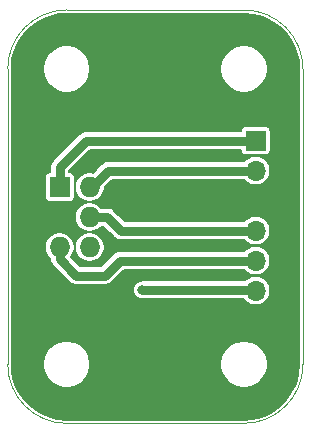
<source format=gbr>
G04 #@! TF.GenerationSoftware,KiCad,Pcbnew,5.1.5-52549c5~84~ubuntu19.10.1*
G04 #@! TF.CreationDate,2020-03-01T16:10:10+02:00*
G04 #@! TF.ProjectId,PIC-ICSP-TC2030,5049432d-4943-4535-902d-544332303330,v1.0*
G04 #@! TF.SameCoordinates,Original*
G04 #@! TF.FileFunction,Copper,L1,Top*
G04 #@! TF.FilePolarity,Positive*
%FSLAX46Y46*%
G04 Gerber Fmt 4.6, Leading zero omitted, Abs format (unit mm)*
G04 Created by KiCad (PCBNEW 5.1.5-52549c5~84~ubuntu19.10.1) date 2020-03-01 16:10:10*
%MOMM*%
%LPD*%
G04 APERTURE LIST*
%ADD10C,0.050000*%
%ADD11R,1.700000X1.700000*%
%ADD12O,1.700000X1.700000*%
%ADD13O,1.727200X1.727200*%
%ADD14R,1.727200X1.727200*%
%ADD15C,0.800000*%
%ADD16C,0.800000*%
%ADD17C,0.200000*%
G04 APERTURE END LIST*
D10*
X70000000Y-50000000D02*
G75*
G02X75000000Y-55000000I0J-5000000D01*
G01*
X75000000Y-80000000D02*
G75*
G02X70000000Y-85000000I-5000000J0D01*
G01*
X55000000Y-85000000D02*
G75*
G02X50000000Y-80000000I0J5000000D01*
G01*
X50000000Y-55000000D02*
G75*
G02X55000000Y-50000000I5000000J0D01*
G01*
X70000000Y-50000000D02*
X55000000Y-50000000D01*
X75000000Y-80000000D02*
X75000000Y-55000000D01*
X55000000Y-85000000D02*
X70000000Y-85000000D01*
X50000000Y-55000000D02*
X50000000Y-80000000D01*
D11*
X71000000Y-61065000D03*
D12*
X71000000Y-63605000D03*
X71000000Y-66145000D03*
X71000000Y-68685000D03*
X71000000Y-71225000D03*
X71000000Y-73765000D03*
D13*
X56940000Y-70080000D03*
X54400000Y-70080000D03*
X56940000Y-67540000D03*
X54400000Y-67540000D03*
X56940000Y-65000000D03*
D14*
X54400000Y-65000000D03*
D15*
X61400000Y-73700000D03*
X62900000Y-56000000D03*
X61700000Y-80600000D03*
X62000000Y-65900000D03*
X53200000Y-61500000D03*
X53000000Y-73500000D03*
X73200000Y-76600000D03*
X73200000Y-58100000D03*
D16*
X70935000Y-73700000D02*
X71000000Y-73765000D01*
X61400000Y-73700000D02*
X70935000Y-73700000D01*
X59475000Y-71225000D02*
X71000000Y-71225000D01*
X54400000Y-71100000D02*
X55800000Y-72500000D01*
X55800000Y-72500000D02*
X58200000Y-72500000D01*
X54400000Y-70080000D02*
X54400000Y-71100000D01*
X58200000Y-72500000D02*
X59475000Y-71225000D01*
X69885000Y-68700000D02*
X69900000Y-68685000D01*
X70985000Y-68700000D02*
X71000000Y-68685000D01*
X69885000Y-68700000D02*
X70985000Y-68700000D01*
X59600000Y-68700000D02*
X69885000Y-68700000D01*
X56940000Y-67540000D02*
X58440000Y-67540000D01*
X58440000Y-67540000D02*
X59600000Y-68700000D01*
X58495000Y-63605000D02*
X71000000Y-63605000D01*
X56940000Y-65000000D02*
X57100000Y-65000000D01*
X57100000Y-65000000D02*
X58495000Y-63605000D01*
X56671400Y-61065000D02*
X71000000Y-61065000D01*
X54400000Y-63336400D02*
X56671400Y-61065000D01*
X54400000Y-65000000D02*
X54400000Y-63336400D01*
D17*
G36*
X70827641Y-50400156D02*
G01*
X71629125Y-50619418D01*
X72379110Y-50977142D01*
X73053896Y-51462025D01*
X73632155Y-52058741D01*
X74095602Y-52748425D01*
X74429593Y-53509276D01*
X74624171Y-54319751D01*
X74675001Y-55011928D01*
X74675000Y-79985531D01*
X74599843Y-80827643D01*
X74380582Y-81629125D01*
X74022858Y-82379110D01*
X73537975Y-83053896D01*
X72941259Y-83632155D01*
X72251576Y-84095601D01*
X71490723Y-84429593D01*
X70680249Y-84624171D01*
X69988086Y-84675000D01*
X55014469Y-84675000D01*
X54172357Y-84599843D01*
X53370875Y-84380582D01*
X52620890Y-84022858D01*
X51946104Y-83537975D01*
X51367845Y-82941259D01*
X50904399Y-82251576D01*
X50570407Y-81490723D01*
X50375829Y-80680249D01*
X50325000Y-79988086D01*
X50325000Y-79803017D01*
X53000000Y-79803017D01*
X53000000Y-80196983D01*
X53076859Y-80583378D01*
X53227623Y-80947355D01*
X53446499Y-81274926D01*
X53725074Y-81553501D01*
X54052645Y-81772377D01*
X54416622Y-81923141D01*
X54803017Y-82000000D01*
X55196983Y-82000000D01*
X55583378Y-81923141D01*
X55947355Y-81772377D01*
X56274926Y-81553501D01*
X56553501Y-81274926D01*
X56772377Y-80947355D01*
X56923141Y-80583378D01*
X57000000Y-80196983D01*
X57000000Y-79803017D01*
X68000000Y-79803017D01*
X68000000Y-80196983D01*
X68076859Y-80583378D01*
X68227623Y-80947355D01*
X68446499Y-81274926D01*
X68725074Y-81553501D01*
X69052645Y-81772377D01*
X69416622Y-81923141D01*
X69803017Y-82000000D01*
X70196983Y-82000000D01*
X70583378Y-81923141D01*
X70947355Y-81772377D01*
X71274926Y-81553501D01*
X71553501Y-81274926D01*
X71772377Y-80947355D01*
X71923141Y-80583378D01*
X72000000Y-80196983D01*
X72000000Y-79803017D01*
X71923141Y-79416622D01*
X71772377Y-79052645D01*
X71553501Y-78725074D01*
X71274926Y-78446499D01*
X70947355Y-78227623D01*
X70583378Y-78076859D01*
X70196983Y-78000000D01*
X69803017Y-78000000D01*
X69416622Y-78076859D01*
X69052645Y-78227623D01*
X68725074Y-78446499D01*
X68446499Y-78725074D01*
X68227623Y-79052645D01*
X68076859Y-79416622D01*
X68000000Y-79803017D01*
X57000000Y-79803017D01*
X56923141Y-79416622D01*
X56772377Y-79052645D01*
X56553501Y-78725074D01*
X56274926Y-78446499D01*
X55947355Y-78227623D01*
X55583378Y-78076859D01*
X55196983Y-78000000D01*
X54803017Y-78000000D01*
X54416622Y-78076859D01*
X54052645Y-78227623D01*
X53725074Y-78446499D01*
X53446499Y-78725074D01*
X53227623Y-79052645D01*
X53076859Y-79416622D01*
X53000000Y-79803017D01*
X50325000Y-79803017D01*
X50325000Y-73700000D01*
X60596130Y-73700000D01*
X60600000Y-73739293D01*
X60600000Y-73778793D01*
X60607706Y-73817535D01*
X60611576Y-73856827D01*
X60623037Y-73894607D01*
X60630743Y-73933351D01*
X60645860Y-73969848D01*
X60657321Y-74007628D01*
X60675932Y-74042446D01*
X60691049Y-74078942D01*
X60712997Y-74111790D01*
X60731607Y-74146606D01*
X60756651Y-74177122D01*
X60778599Y-74209970D01*
X60806530Y-74237901D01*
X60831578Y-74268422D01*
X60862098Y-74293469D01*
X60890030Y-74321401D01*
X60922878Y-74343349D01*
X60953394Y-74368393D01*
X60988210Y-74387003D01*
X61021058Y-74408951D01*
X61057554Y-74424068D01*
X61092372Y-74442679D01*
X61130152Y-74454140D01*
X61166649Y-74469257D01*
X61205393Y-74476963D01*
X61243173Y-74488424D01*
X61282465Y-74492294D01*
X61321207Y-74500000D01*
X69987750Y-74500000D01*
X70029062Y-74561828D01*
X70203172Y-74735938D01*
X70407903Y-74872735D01*
X70635389Y-74966963D01*
X70876886Y-75015000D01*
X71123114Y-75015000D01*
X71364611Y-74966963D01*
X71592097Y-74872735D01*
X71796828Y-74735938D01*
X71970938Y-74561828D01*
X72107735Y-74357097D01*
X72201963Y-74129611D01*
X72250000Y-73888114D01*
X72250000Y-73641886D01*
X72201963Y-73400389D01*
X72107735Y-73172903D01*
X71970938Y-72968172D01*
X71796828Y-72794062D01*
X71592097Y-72657265D01*
X71364611Y-72563037D01*
X71123114Y-72515000D01*
X70876886Y-72515000D01*
X70635389Y-72563037D01*
X70407903Y-72657265D01*
X70203172Y-72794062D01*
X70097234Y-72900000D01*
X61321207Y-72900000D01*
X61282465Y-72907706D01*
X61243173Y-72911576D01*
X61205393Y-72923037D01*
X61166649Y-72930743D01*
X61130152Y-72945860D01*
X61092372Y-72957321D01*
X61057554Y-72975932D01*
X61021058Y-72991049D01*
X60988210Y-73012997D01*
X60953394Y-73031607D01*
X60922878Y-73056651D01*
X60890030Y-73078599D01*
X60862098Y-73106531D01*
X60831578Y-73131578D01*
X60806531Y-73162098D01*
X60778599Y-73190030D01*
X60756651Y-73222878D01*
X60731607Y-73253394D01*
X60712997Y-73288210D01*
X60691049Y-73321058D01*
X60675932Y-73357554D01*
X60657321Y-73392372D01*
X60645860Y-73430152D01*
X60630743Y-73466649D01*
X60623037Y-73505393D01*
X60611576Y-73543173D01*
X60607706Y-73582465D01*
X60600000Y-73621207D01*
X60600000Y-73660707D01*
X60596130Y-73700000D01*
X50325000Y-73700000D01*
X50325000Y-69955546D01*
X53136400Y-69955546D01*
X53136400Y-70204454D01*
X53184959Y-70448579D01*
X53280212Y-70678539D01*
X53418498Y-70885498D01*
X53594502Y-71061502D01*
X53599587Y-71064900D01*
X53596130Y-71100000D01*
X53611577Y-71256827D01*
X53657321Y-71407627D01*
X53731607Y-71546606D01*
X53806531Y-71637901D01*
X53831579Y-71668422D01*
X53862098Y-71693468D01*
X55206531Y-73037902D01*
X55231578Y-73068422D01*
X55262098Y-73093469D01*
X55353393Y-73168393D01*
X55463226Y-73227100D01*
X55492372Y-73242679D01*
X55643173Y-73288424D01*
X55760707Y-73300000D01*
X55760709Y-73300000D01*
X55800000Y-73303870D01*
X55839291Y-73300000D01*
X58160709Y-73300000D01*
X58200000Y-73303870D01*
X58239291Y-73300000D01*
X58239293Y-73300000D01*
X58356827Y-73288424D01*
X58507628Y-73242679D01*
X58646606Y-73168393D01*
X58768422Y-73068422D01*
X58793473Y-73037897D01*
X59806371Y-72025000D01*
X70032234Y-72025000D01*
X70203172Y-72195938D01*
X70407903Y-72332735D01*
X70635389Y-72426963D01*
X70876886Y-72475000D01*
X71123114Y-72475000D01*
X71364611Y-72426963D01*
X71592097Y-72332735D01*
X71796828Y-72195938D01*
X71970938Y-72021828D01*
X72107735Y-71817097D01*
X72201963Y-71589611D01*
X72250000Y-71348114D01*
X72250000Y-71101886D01*
X72201963Y-70860389D01*
X72107735Y-70632903D01*
X71970938Y-70428172D01*
X71796828Y-70254062D01*
X71592097Y-70117265D01*
X71364611Y-70023037D01*
X71123114Y-69975000D01*
X70876886Y-69975000D01*
X70635389Y-70023037D01*
X70407903Y-70117265D01*
X70203172Y-70254062D01*
X70032234Y-70425000D01*
X59514282Y-70425000D01*
X59474999Y-70421131D01*
X59435716Y-70425000D01*
X59435707Y-70425000D01*
X59318173Y-70436576D01*
X59167372Y-70482321D01*
X59076803Y-70530731D01*
X59028393Y-70556607D01*
X58937098Y-70631531D01*
X58906578Y-70656578D01*
X58881531Y-70687098D01*
X57868630Y-71700000D01*
X56131371Y-71700000D01*
X55349185Y-70917815D01*
X55381502Y-70885498D01*
X55519788Y-70678539D01*
X55615041Y-70448579D01*
X55663600Y-70204454D01*
X55663600Y-69955546D01*
X55676400Y-69955546D01*
X55676400Y-70204454D01*
X55724959Y-70448579D01*
X55820212Y-70678539D01*
X55958498Y-70885498D01*
X56134502Y-71061502D01*
X56341461Y-71199788D01*
X56571421Y-71295041D01*
X56815546Y-71343600D01*
X57064454Y-71343600D01*
X57308579Y-71295041D01*
X57538539Y-71199788D01*
X57745498Y-71061502D01*
X57921502Y-70885498D01*
X58059788Y-70678539D01*
X58155041Y-70448579D01*
X58203600Y-70204454D01*
X58203600Y-69955546D01*
X58155041Y-69711421D01*
X58059788Y-69481461D01*
X57921502Y-69274502D01*
X57745498Y-69098498D01*
X57538539Y-68960212D01*
X57308579Y-68864959D01*
X57064454Y-68816400D01*
X56815546Y-68816400D01*
X56571421Y-68864959D01*
X56341461Y-68960212D01*
X56134502Y-69098498D01*
X55958498Y-69274502D01*
X55820212Y-69481461D01*
X55724959Y-69711421D01*
X55676400Y-69955546D01*
X55663600Y-69955546D01*
X55615041Y-69711421D01*
X55519788Y-69481461D01*
X55381502Y-69274502D01*
X55205498Y-69098498D01*
X54998539Y-68960212D01*
X54768579Y-68864959D01*
X54524454Y-68816400D01*
X54275546Y-68816400D01*
X54031421Y-68864959D01*
X53801461Y-68960212D01*
X53594502Y-69098498D01*
X53418498Y-69274502D01*
X53280212Y-69481461D01*
X53184959Y-69711421D01*
X53136400Y-69955546D01*
X50325000Y-69955546D01*
X50325000Y-67415546D01*
X55676400Y-67415546D01*
X55676400Y-67664454D01*
X55724959Y-67908579D01*
X55820212Y-68138539D01*
X55958498Y-68345498D01*
X56134502Y-68521502D01*
X56341461Y-68659788D01*
X56571421Y-68755041D01*
X56815546Y-68803600D01*
X57064454Y-68803600D01*
X57308579Y-68755041D01*
X57538539Y-68659788D01*
X57745498Y-68521502D01*
X57921502Y-68345498D01*
X57925176Y-68340000D01*
X58108630Y-68340000D01*
X59006527Y-69237897D01*
X59031578Y-69268422D01*
X59105233Y-69328869D01*
X59153393Y-69368393D01*
X59234241Y-69411607D01*
X59292372Y-69442679D01*
X59443173Y-69488424D01*
X59560707Y-69500000D01*
X59560709Y-69500000D01*
X59600000Y-69503870D01*
X59639291Y-69500000D01*
X69845709Y-69500000D01*
X69885000Y-69503870D01*
X69924291Y-69500000D01*
X70047234Y-69500000D01*
X70203172Y-69655938D01*
X70407903Y-69792735D01*
X70635389Y-69886963D01*
X70876886Y-69935000D01*
X71123114Y-69935000D01*
X71364611Y-69886963D01*
X71592097Y-69792735D01*
X71796828Y-69655938D01*
X71970938Y-69481828D01*
X72107735Y-69277097D01*
X72201963Y-69049611D01*
X72250000Y-68808114D01*
X72250000Y-68561886D01*
X72201963Y-68320389D01*
X72107735Y-68092903D01*
X71970938Y-67888172D01*
X71796828Y-67714062D01*
X71592097Y-67577265D01*
X71364611Y-67483037D01*
X71123114Y-67435000D01*
X70876886Y-67435000D01*
X70635389Y-67483037D01*
X70407903Y-67577265D01*
X70203172Y-67714062D01*
X70029062Y-67888172D01*
X70025507Y-67893492D01*
X69899999Y-67881131D01*
X69743173Y-67896577D01*
X69731889Y-67900000D01*
X59931370Y-67900000D01*
X59033473Y-67002103D01*
X59008422Y-66971578D01*
X58886606Y-66871607D01*
X58747628Y-66797321D01*
X58596827Y-66751576D01*
X58479293Y-66740000D01*
X58479291Y-66740000D01*
X58440000Y-66736130D01*
X58400709Y-66740000D01*
X57925176Y-66740000D01*
X57921502Y-66734502D01*
X57745498Y-66558498D01*
X57538539Y-66420212D01*
X57308579Y-66324959D01*
X57064454Y-66276400D01*
X56815546Y-66276400D01*
X56571421Y-66324959D01*
X56341461Y-66420212D01*
X56134502Y-66558498D01*
X55958498Y-66734502D01*
X55820212Y-66941461D01*
X55724959Y-67171421D01*
X55676400Y-67415546D01*
X50325000Y-67415546D01*
X50325000Y-64136400D01*
X53134465Y-64136400D01*
X53134465Y-65863600D01*
X53142188Y-65942014D01*
X53165060Y-66017414D01*
X53202203Y-66086903D01*
X53252189Y-66147811D01*
X53313097Y-66197797D01*
X53382586Y-66234940D01*
X53457986Y-66257812D01*
X53536400Y-66265535D01*
X55263600Y-66265535D01*
X55342014Y-66257812D01*
X55417414Y-66234940D01*
X55486903Y-66197797D01*
X55547811Y-66147811D01*
X55597797Y-66086903D01*
X55634940Y-66017414D01*
X55657812Y-65942014D01*
X55665535Y-65863600D01*
X55665535Y-64875546D01*
X55676400Y-64875546D01*
X55676400Y-65124454D01*
X55724959Y-65368579D01*
X55820212Y-65598539D01*
X55958498Y-65805498D01*
X56134502Y-65981502D01*
X56341461Y-66119788D01*
X56571421Y-66215041D01*
X56815546Y-66263600D01*
X57064454Y-66263600D01*
X57308579Y-66215041D01*
X57538539Y-66119788D01*
X57745498Y-65981502D01*
X57921502Y-65805498D01*
X58059788Y-65598539D01*
X58155041Y-65368579D01*
X58203600Y-65124454D01*
X58203600Y-65027770D01*
X58826371Y-64405000D01*
X70032234Y-64405000D01*
X70203172Y-64575938D01*
X70407903Y-64712735D01*
X70635389Y-64806963D01*
X70876886Y-64855000D01*
X71123114Y-64855000D01*
X71364611Y-64806963D01*
X71592097Y-64712735D01*
X71796828Y-64575938D01*
X71970938Y-64401828D01*
X72107735Y-64197097D01*
X72201963Y-63969611D01*
X72250000Y-63728114D01*
X72250000Y-63481886D01*
X72201963Y-63240389D01*
X72107735Y-63012903D01*
X71970938Y-62808172D01*
X71796828Y-62634062D01*
X71592097Y-62497265D01*
X71364611Y-62403037D01*
X71123114Y-62355000D01*
X70876886Y-62355000D01*
X70635389Y-62403037D01*
X70407903Y-62497265D01*
X70203172Y-62634062D01*
X70032234Y-62805000D01*
X58534291Y-62805000D01*
X58495000Y-62801130D01*
X58455709Y-62805000D01*
X58455707Y-62805000D01*
X58338173Y-62816576D01*
X58187372Y-62862321D01*
X58048393Y-62936607D01*
X57957098Y-63011531D01*
X57926578Y-63036578D01*
X57901531Y-63067098D01*
X57204394Y-63764236D01*
X57064454Y-63736400D01*
X56815546Y-63736400D01*
X56571421Y-63784959D01*
X56341461Y-63880212D01*
X56134502Y-64018498D01*
X55958498Y-64194502D01*
X55820212Y-64401461D01*
X55724959Y-64631421D01*
X55676400Y-64875546D01*
X55665535Y-64875546D01*
X55665535Y-64136400D01*
X55657812Y-64057986D01*
X55634940Y-63982586D01*
X55597797Y-63913097D01*
X55547811Y-63852189D01*
X55486903Y-63802203D01*
X55417414Y-63765060D01*
X55342014Y-63742188D01*
X55263600Y-63734465D01*
X55200000Y-63734465D01*
X55200000Y-63667770D01*
X57002770Y-61865000D01*
X69748065Y-61865000D01*
X69748065Y-61915000D01*
X69755788Y-61993414D01*
X69778660Y-62068814D01*
X69815803Y-62138303D01*
X69865789Y-62199211D01*
X69926697Y-62249197D01*
X69996186Y-62286340D01*
X70071586Y-62309212D01*
X70150000Y-62316935D01*
X71850000Y-62316935D01*
X71928414Y-62309212D01*
X72003814Y-62286340D01*
X72073303Y-62249197D01*
X72134211Y-62199211D01*
X72184197Y-62138303D01*
X72221340Y-62068814D01*
X72244212Y-61993414D01*
X72251935Y-61915000D01*
X72251935Y-60215000D01*
X72244212Y-60136586D01*
X72221340Y-60061186D01*
X72184197Y-59991697D01*
X72134211Y-59930789D01*
X72073303Y-59880803D01*
X72003814Y-59843660D01*
X71928414Y-59820788D01*
X71850000Y-59813065D01*
X70150000Y-59813065D01*
X70071586Y-59820788D01*
X69996186Y-59843660D01*
X69926697Y-59880803D01*
X69865789Y-59930789D01*
X69815803Y-59991697D01*
X69778660Y-60061186D01*
X69755788Y-60136586D01*
X69748065Y-60215000D01*
X69748065Y-60265000D01*
X56710691Y-60265000D01*
X56671400Y-60261130D01*
X56632109Y-60265000D01*
X56632107Y-60265000D01*
X56514573Y-60276576D01*
X56363772Y-60322321D01*
X56224793Y-60396607D01*
X56176633Y-60436131D01*
X56102978Y-60496578D01*
X56077927Y-60527103D01*
X53862099Y-62742931D01*
X53831579Y-62767978D01*
X53806532Y-62798498D01*
X53806531Y-62798499D01*
X53731607Y-62889794D01*
X53657321Y-63028773D01*
X53611577Y-63179573D01*
X53596130Y-63336400D01*
X53600001Y-63375700D01*
X53600001Y-63734465D01*
X53536400Y-63734465D01*
X53457986Y-63742188D01*
X53382586Y-63765060D01*
X53313097Y-63802203D01*
X53252189Y-63852189D01*
X53202203Y-63913097D01*
X53165060Y-63982586D01*
X53142188Y-64057986D01*
X53134465Y-64136400D01*
X50325000Y-64136400D01*
X50325000Y-55014470D01*
X50343871Y-54803017D01*
X53000000Y-54803017D01*
X53000000Y-55196983D01*
X53076859Y-55583378D01*
X53227623Y-55947355D01*
X53446499Y-56274926D01*
X53725074Y-56553501D01*
X54052645Y-56772377D01*
X54416622Y-56923141D01*
X54803017Y-57000000D01*
X55196983Y-57000000D01*
X55583378Y-56923141D01*
X55947355Y-56772377D01*
X56274926Y-56553501D01*
X56553501Y-56274926D01*
X56772377Y-55947355D01*
X56923141Y-55583378D01*
X57000000Y-55196983D01*
X57000000Y-54803017D01*
X68000000Y-54803017D01*
X68000000Y-55196983D01*
X68076859Y-55583378D01*
X68227623Y-55947355D01*
X68446499Y-56274926D01*
X68725074Y-56553501D01*
X69052645Y-56772377D01*
X69416622Y-56923141D01*
X69803017Y-57000000D01*
X70196983Y-57000000D01*
X70583378Y-56923141D01*
X70947355Y-56772377D01*
X71274926Y-56553501D01*
X71553501Y-56274926D01*
X71772377Y-55947355D01*
X71923141Y-55583378D01*
X72000000Y-55196983D01*
X72000000Y-54803017D01*
X71923141Y-54416622D01*
X71772377Y-54052645D01*
X71553501Y-53725074D01*
X71274926Y-53446499D01*
X70947355Y-53227623D01*
X70583378Y-53076859D01*
X70196983Y-53000000D01*
X69803017Y-53000000D01*
X69416622Y-53076859D01*
X69052645Y-53227623D01*
X68725074Y-53446499D01*
X68446499Y-53725074D01*
X68227623Y-54052645D01*
X68076859Y-54416622D01*
X68000000Y-54803017D01*
X57000000Y-54803017D01*
X56923141Y-54416622D01*
X56772377Y-54052645D01*
X56553501Y-53725074D01*
X56274926Y-53446499D01*
X55947355Y-53227623D01*
X55583378Y-53076859D01*
X55196983Y-53000000D01*
X54803017Y-53000000D01*
X54416622Y-53076859D01*
X54052645Y-53227623D01*
X53725074Y-53446499D01*
X53446499Y-53725074D01*
X53227623Y-54052645D01*
X53076859Y-54416622D01*
X53000000Y-54803017D01*
X50343871Y-54803017D01*
X50400156Y-54172359D01*
X50619418Y-53370875D01*
X50977142Y-52620890D01*
X51462025Y-51946104D01*
X52058741Y-51367845D01*
X52748425Y-50904398D01*
X53509276Y-50570407D01*
X54319751Y-50375829D01*
X55011914Y-50325000D01*
X69985530Y-50325000D01*
X70827641Y-50400156D01*
G37*
X70827641Y-50400156D02*
X71629125Y-50619418D01*
X72379110Y-50977142D01*
X73053896Y-51462025D01*
X73632155Y-52058741D01*
X74095602Y-52748425D01*
X74429593Y-53509276D01*
X74624171Y-54319751D01*
X74675001Y-55011928D01*
X74675000Y-79985531D01*
X74599843Y-80827643D01*
X74380582Y-81629125D01*
X74022858Y-82379110D01*
X73537975Y-83053896D01*
X72941259Y-83632155D01*
X72251576Y-84095601D01*
X71490723Y-84429593D01*
X70680249Y-84624171D01*
X69988086Y-84675000D01*
X55014469Y-84675000D01*
X54172357Y-84599843D01*
X53370875Y-84380582D01*
X52620890Y-84022858D01*
X51946104Y-83537975D01*
X51367845Y-82941259D01*
X50904399Y-82251576D01*
X50570407Y-81490723D01*
X50375829Y-80680249D01*
X50325000Y-79988086D01*
X50325000Y-79803017D01*
X53000000Y-79803017D01*
X53000000Y-80196983D01*
X53076859Y-80583378D01*
X53227623Y-80947355D01*
X53446499Y-81274926D01*
X53725074Y-81553501D01*
X54052645Y-81772377D01*
X54416622Y-81923141D01*
X54803017Y-82000000D01*
X55196983Y-82000000D01*
X55583378Y-81923141D01*
X55947355Y-81772377D01*
X56274926Y-81553501D01*
X56553501Y-81274926D01*
X56772377Y-80947355D01*
X56923141Y-80583378D01*
X57000000Y-80196983D01*
X57000000Y-79803017D01*
X68000000Y-79803017D01*
X68000000Y-80196983D01*
X68076859Y-80583378D01*
X68227623Y-80947355D01*
X68446499Y-81274926D01*
X68725074Y-81553501D01*
X69052645Y-81772377D01*
X69416622Y-81923141D01*
X69803017Y-82000000D01*
X70196983Y-82000000D01*
X70583378Y-81923141D01*
X70947355Y-81772377D01*
X71274926Y-81553501D01*
X71553501Y-81274926D01*
X71772377Y-80947355D01*
X71923141Y-80583378D01*
X72000000Y-80196983D01*
X72000000Y-79803017D01*
X71923141Y-79416622D01*
X71772377Y-79052645D01*
X71553501Y-78725074D01*
X71274926Y-78446499D01*
X70947355Y-78227623D01*
X70583378Y-78076859D01*
X70196983Y-78000000D01*
X69803017Y-78000000D01*
X69416622Y-78076859D01*
X69052645Y-78227623D01*
X68725074Y-78446499D01*
X68446499Y-78725074D01*
X68227623Y-79052645D01*
X68076859Y-79416622D01*
X68000000Y-79803017D01*
X57000000Y-79803017D01*
X56923141Y-79416622D01*
X56772377Y-79052645D01*
X56553501Y-78725074D01*
X56274926Y-78446499D01*
X55947355Y-78227623D01*
X55583378Y-78076859D01*
X55196983Y-78000000D01*
X54803017Y-78000000D01*
X54416622Y-78076859D01*
X54052645Y-78227623D01*
X53725074Y-78446499D01*
X53446499Y-78725074D01*
X53227623Y-79052645D01*
X53076859Y-79416622D01*
X53000000Y-79803017D01*
X50325000Y-79803017D01*
X50325000Y-73700000D01*
X60596130Y-73700000D01*
X60600000Y-73739293D01*
X60600000Y-73778793D01*
X60607706Y-73817535D01*
X60611576Y-73856827D01*
X60623037Y-73894607D01*
X60630743Y-73933351D01*
X60645860Y-73969848D01*
X60657321Y-74007628D01*
X60675932Y-74042446D01*
X60691049Y-74078942D01*
X60712997Y-74111790D01*
X60731607Y-74146606D01*
X60756651Y-74177122D01*
X60778599Y-74209970D01*
X60806530Y-74237901D01*
X60831578Y-74268422D01*
X60862098Y-74293469D01*
X60890030Y-74321401D01*
X60922878Y-74343349D01*
X60953394Y-74368393D01*
X60988210Y-74387003D01*
X61021058Y-74408951D01*
X61057554Y-74424068D01*
X61092372Y-74442679D01*
X61130152Y-74454140D01*
X61166649Y-74469257D01*
X61205393Y-74476963D01*
X61243173Y-74488424D01*
X61282465Y-74492294D01*
X61321207Y-74500000D01*
X69987750Y-74500000D01*
X70029062Y-74561828D01*
X70203172Y-74735938D01*
X70407903Y-74872735D01*
X70635389Y-74966963D01*
X70876886Y-75015000D01*
X71123114Y-75015000D01*
X71364611Y-74966963D01*
X71592097Y-74872735D01*
X71796828Y-74735938D01*
X71970938Y-74561828D01*
X72107735Y-74357097D01*
X72201963Y-74129611D01*
X72250000Y-73888114D01*
X72250000Y-73641886D01*
X72201963Y-73400389D01*
X72107735Y-73172903D01*
X71970938Y-72968172D01*
X71796828Y-72794062D01*
X71592097Y-72657265D01*
X71364611Y-72563037D01*
X71123114Y-72515000D01*
X70876886Y-72515000D01*
X70635389Y-72563037D01*
X70407903Y-72657265D01*
X70203172Y-72794062D01*
X70097234Y-72900000D01*
X61321207Y-72900000D01*
X61282465Y-72907706D01*
X61243173Y-72911576D01*
X61205393Y-72923037D01*
X61166649Y-72930743D01*
X61130152Y-72945860D01*
X61092372Y-72957321D01*
X61057554Y-72975932D01*
X61021058Y-72991049D01*
X60988210Y-73012997D01*
X60953394Y-73031607D01*
X60922878Y-73056651D01*
X60890030Y-73078599D01*
X60862098Y-73106531D01*
X60831578Y-73131578D01*
X60806531Y-73162098D01*
X60778599Y-73190030D01*
X60756651Y-73222878D01*
X60731607Y-73253394D01*
X60712997Y-73288210D01*
X60691049Y-73321058D01*
X60675932Y-73357554D01*
X60657321Y-73392372D01*
X60645860Y-73430152D01*
X60630743Y-73466649D01*
X60623037Y-73505393D01*
X60611576Y-73543173D01*
X60607706Y-73582465D01*
X60600000Y-73621207D01*
X60600000Y-73660707D01*
X60596130Y-73700000D01*
X50325000Y-73700000D01*
X50325000Y-69955546D01*
X53136400Y-69955546D01*
X53136400Y-70204454D01*
X53184959Y-70448579D01*
X53280212Y-70678539D01*
X53418498Y-70885498D01*
X53594502Y-71061502D01*
X53599587Y-71064900D01*
X53596130Y-71100000D01*
X53611577Y-71256827D01*
X53657321Y-71407627D01*
X53731607Y-71546606D01*
X53806531Y-71637901D01*
X53831579Y-71668422D01*
X53862098Y-71693468D01*
X55206531Y-73037902D01*
X55231578Y-73068422D01*
X55262098Y-73093469D01*
X55353393Y-73168393D01*
X55463226Y-73227100D01*
X55492372Y-73242679D01*
X55643173Y-73288424D01*
X55760707Y-73300000D01*
X55760709Y-73300000D01*
X55800000Y-73303870D01*
X55839291Y-73300000D01*
X58160709Y-73300000D01*
X58200000Y-73303870D01*
X58239291Y-73300000D01*
X58239293Y-73300000D01*
X58356827Y-73288424D01*
X58507628Y-73242679D01*
X58646606Y-73168393D01*
X58768422Y-73068422D01*
X58793473Y-73037897D01*
X59806371Y-72025000D01*
X70032234Y-72025000D01*
X70203172Y-72195938D01*
X70407903Y-72332735D01*
X70635389Y-72426963D01*
X70876886Y-72475000D01*
X71123114Y-72475000D01*
X71364611Y-72426963D01*
X71592097Y-72332735D01*
X71796828Y-72195938D01*
X71970938Y-72021828D01*
X72107735Y-71817097D01*
X72201963Y-71589611D01*
X72250000Y-71348114D01*
X72250000Y-71101886D01*
X72201963Y-70860389D01*
X72107735Y-70632903D01*
X71970938Y-70428172D01*
X71796828Y-70254062D01*
X71592097Y-70117265D01*
X71364611Y-70023037D01*
X71123114Y-69975000D01*
X70876886Y-69975000D01*
X70635389Y-70023037D01*
X70407903Y-70117265D01*
X70203172Y-70254062D01*
X70032234Y-70425000D01*
X59514282Y-70425000D01*
X59474999Y-70421131D01*
X59435716Y-70425000D01*
X59435707Y-70425000D01*
X59318173Y-70436576D01*
X59167372Y-70482321D01*
X59076803Y-70530731D01*
X59028393Y-70556607D01*
X58937098Y-70631531D01*
X58906578Y-70656578D01*
X58881531Y-70687098D01*
X57868630Y-71700000D01*
X56131371Y-71700000D01*
X55349185Y-70917815D01*
X55381502Y-70885498D01*
X55519788Y-70678539D01*
X55615041Y-70448579D01*
X55663600Y-70204454D01*
X55663600Y-69955546D01*
X55676400Y-69955546D01*
X55676400Y-70204454D01*
X55724959Y-70448579D01*
X55820212Y-70678539D01*
X55958498Y-70885498D01*
X56134502Y-71061502D01*
X56341461Y-71199788D01*
X56571421Y-71295041D01*
X56815546Y-71343600D01*
X57064454Y-71343600D01*
X57308579Y-71295041D01*
X57538539Y-71199788D01*
X57745498Y-71061502D01*
X57921502Y-70885498D01*
X58059788Y-70678539D01*
X58155041Y-70448579D01*
X58203600Y-70204454D01*
X58203600Y-69955546D01*
X58155041Y-69711421D01*
X58059788Y-69481461D01*
X57921502Y-69274502D01*
X57745498Y-69098498D01*
X57538539Y-68960212D01*
X57308579Y-68864959D01*
X57064454Y-68816400D01*
X56815546Y-68816400D01*
X56571421Y-68864959D01*
X56341461Y-68960212D01*
X56134502Y-69098498D01*
X55958498Y-69274502D01*
X55820212Y-69481461D01*
X55724959Y-69711421D01*
X55676400Y-69955546D01*
X55663600Y-69955546D01*
X55615041Y-69711421D01*
X55519788Y-69481461D01*
X55381502Y-69274502D01*
X55205498Y-69098498D01*
X54998539Y-68960212D01*
X54768579Y-68864959D01*
X54524454Y-68816400D01*
X54275546Y-68816400D01*
X54031421Y-68864959D01*
X53801461Y-68960212D01*
X53594502Y-69098498D01*
X53418498Y-69274502D01*
X53280212Y-69481461D01*
X53184959Y-69711421D01*
X53136400Y-69955546D01*
X50325000Y-69955546D01*
X50325000Y-67415546D01*
X55676400Y-67415546D01*
X55676400Y-67664454D01*
X55724959Y-67908579D01*
X55820212Y-68138539D01*
X55958498Y-68345498D01*
X56134502Y-68521502D01*
X56341461Y-68659788D01*
X56571421Y-68755041D01*
X56815546Y-68803600D01*
X57064454Y-68803600D01*
X57308579Y-68755041D01*
X57538539Y-68659788D01*
X57745498Y-68521502D01*
X57921502Y-68345498D01*
X57925176Y-68340000D01*
X58108630Y-68340000D01*
X59006527Y-69237897D01*
X59031578Y-69268422D01*
X59105233Y-69328869D01*
X59153393Y-69368393D01*
X59234241Y-69411607D01*
X59292372Y-69442679D01*
X59443173Y-69488424D01*
X59560707Y-69500000D01*
X59560709Y-69500000D01*
X59600000Y-69503870D01*
X59639291Y-69500000D01*
X69845709Y-69500000D01*
X69885000Y-69503870D01*
X69924291Y-69500000D01*
X70047234Y-69500000D01*
X70203172Y-69655938D01*
X70407903Y-69792735D01*
X70635389Y-69886963D01*
X70876886Y-69935000D01*
X71123114Y-69935000D01*
X71364611Y-69886963D01*
X71592097Y-69792735D01*
X71796828Y-69655938D01*
X71970938Y-69481828D01*
X72107735Y-69277097D01*
X72201963Y-69049611D01*
X72250000Y-68808114D01*
X72250000Y-68561886D01*
X72201963Y-68320389D01*
X72107735Y-68092903D01*
X71970938Y-67888172D01*
X71796828Y-67714062D01*
X71592097Y-67577265D01*
X71364611Y-67483037D01*
X71123114Y-67435000D01*
X70876886Y-67435000D01*
X70635389Y-67483037D01*
X70407903Y-67577265D01*
X70203172Y-67714062D01*
X70029062Y-67888172D01*
X70025507Y-67893492D01*
X69899999Y-67881131D01*
X69743173Y-67896577D01*
X69731889Y-67900000D01*
X59931370Y-67900000D01*
X59033473Y-67002103D01*
X59008422Y-66971578D01*
X58886606Y-66871607D01*
X58747628Y-66797321D01*
X58596827Y-66751576D01*
X58479293Y-66740000D01*
X58479291Y-66740000D01*
X58440000Y-66736130D01*
X58400709Y-66740000D01*
X57925176Y-66740000D01*
X57921502Y-66734502D01*
X57745498Y-66558498D01*
X57538539Y-66420212D01*
X57308579Y-66324959D01*
X57064454Y-66276400D01*
X56815546Y-66276400D01*
X56571421Y-66324959D01*
X56341461Y-66420212D01*
X56134502Y-66558498D01*
X55958498Y-66734502D01*
X55820212Y-66941461D01*
X55724959Y-67171421D01*
X55676400Y-67415546D01*
X50325000Y-67415546D01*
X50325000Y-64136400D01*
X53134465Y-64136400D01*
X53134465Y-65863600D01*
X53142188Y-65942014D01*
X53165060Y-66017414D01*
X53202203Y-66086903D01*
X53252189Y-66147811D01*
X53313097Y-66197797D01*
X53382586Y-66234940D01*
X53457986Y-66257812D01*
X53536400Y-66265535D01*
X55263600Y-66265535D01*
X55342014Y-66257812D01*
X55417414Y-66234940D01*
X55486903Y-66197797D01*
X55547811Y-66147811D01*
X55597797Y-66086903D01*
X55634940Y-66017414D01*
X55657812Y-65942014D01*
X55665535Y-65863600D01*
X55665535Y-64875546D01*
X55676400Y-64875546D01*
X55676400Y-65124454D01*
X55724959Y-65368579D01*
X55820212Y-65598539D01*
X55958498Y-65805498D01*
X56134502Y-65981502D01*
X56341461Y-66119788D01*
X56571421Y-66215041D01*
X56815546Y-66263600D01*
X57064454Y-66263600D01*
X57308579Y-66215041D01*
X57538539Y-66119788D01*
X57745498Y-65981502D01*
X57921502Y-65805498D01*
X58059788Y-65598539D01*
X58155041Y-65368579D01*
X58203600Y-65124454D01*
X58203600Y-65027770D01*
X58826371Y-64405000D01*
X70032234Y-64405000D01*
X70203172Y-64575938D01*
X70407903Y-64712735D01*
X70635389Y-64806963D01*
X70876886Y-64855000D01*
X71123114Y-64855000D01*
X71364611Y-64806963D01*
X71592097Y-64712735D01*
X71796828Y-64575938D01*
X71970938Y-64401828D01*
X72107735Y-64197097D01*
X72201963Y-63969611D01*
X72250000Y-63728114D01*
X72250000Y-63481886D01*
X72201963Y-63240389D01*
X72107735Y-63012903D01*
X71970938Y-62808172D01*
X71796828Y-62634062D01*
X71592097Y-62497265D01*
X71364611Y-62403037D01*
X71123114Y-62355000D01*
X70876886Y-62355000D01*
X70635389Y-62403037D01*
X70407903Y-62497265D01*
X70203172Y-62634062D01*
X70032234Y-62805000D01*
X58534291Y-62805000D01*
X58495000Y-62801130D01*
X58455709Y-62805000D01*
X58455707Y-62805000D01*
X58338173Y-62816576D01*
X58187372Y-62862321D01*
X58048393Y-62936607D01*
X57957098Y-63011531D01*
X57926578Y-63036578D01*
X57901531Y-63067098D01*
X57204394Y-63764236D01*
X57064454Y-63736400D01*
X56815546Y-63736400D01*
X56571421Y-63784959D01*
X56341461Y-63880212D01*
X56134502Y-64018498D01*
X55958498Y-64194502D01*
X55820212Y-64401461D01*
X55724959Y-64631421D01*
X55676400Y-64875546D01*
X55665535Y-64875546D01*
X55665535Y-64136400D01*
X55657812Y-64057986D01*
X55634940Y-63982586D01*
X55597797Y-63913097D01*
X55547811Y-63852189D01*
X55486903Y-63802203D01*
X55417414Y-63765060D01*
X55342014Y-63742188D01*
X55263600Y-63734465D01*
X55200000Y-63734465D01*
X55200000Y-63667770D01*
X57002770Y-61865000D01*
X69748065Y-61865000D01*
X69748065Y-61915000D01*
X69755788Y-61993414D01*
X69778660Y-62068814D01*
X69815803Y-62138303D01*
X69865789Y-62199211D01*
X69926697Y-62249197D01*
X69996186Y-62286340D01*
X70071586Y-62309212D01*
X70150000Y-62316935D01*
X71850000Y-62316935D01*
X71928414Y-62309212D01*
X72003814Y-62286340D01*
X72073303Y-62249197D01*
X72134211Y-62199211D01*
X72184197Y-62138303D01*
X72221340Y-62068814D01*
X72244212Y-61993414D01*
X72251935Y-61915000D01*
X72251935Y-60215000D01*
X72244212Y-60136586D01*
X72221340Y-60061186D01*
X72184197Y-59991697D01*
X72134211Y-59930789D01*
X72073303Y-59880803D01*
X72003814Y-59843660D01*
X71928414Y-59820788D01*
X71850000Y-59813065D01*
X70150000Y-59813065D01*
X70071586Y-59820788D01*
X69996186Y-59843660D01*
X69926697Y-59880803D01*
X69865789Y-59930789D01*
X69815803Y-59991697D01*
X69778660Y-60061186D01*
X69755788Y-60136586D01*
X69748065Y-60215000D01*
X69748065Y-60265000D01*
X56710691Y-60265000D01*
X56671400Y-60261130D01*
X56632109Y-60265000D01*
X56632107Y-60265000D01*
X56514573Y-60276576D01*
X56363772Y-60322321D01*
X56224793Y-60396607D01*
X56176633Y-60436131D01*
X56102978Y-60496578D01*
X56077927Y-60527103D01*
X53862099Y-62742931D01*
X53831579Y-62767978D01*
X53806532Y-62798498D01*
X53806531Y-62798499D01*
X53731607Y-62889794D01*
X53657321Y-63028773D01*
X53611577Y-63179573D01*
X53596130Y-63336400D01*
X53600001Y-63375700D01*
X53600001Y-63734465D01*
X53536400Y-63734465D01*
X53457986Y-63742188D01*
X53382586Y-63765060D01*
X53313097Y-63802203D01*
X53252189Y-63852189D01*
X53202203Y-63913097D01*
X53165060Y-63982586D01*
X53142188Y-64057986D01*
X53134465Y-64136400D01*
X50325000Y-64136400D01*
X50325000Y-55014470D01*
X50343871Y-54803017D01*
X53000000Y-54803017D01*
X53000000Y-55196983D01*
X53076859Y-55583378D01*
X53227623Y-55947355D01*
X53446499Y-56274926D01*
X53725074Y-56553501D01*
X54052645Y-56772377D01*
X54416622Y-56923141D01*
X54803017Y-57000000D01*
X55196983Y-57000000D01*
X55583378Y-56923141D01*
X55947355Y-56772377D01*
X56274926Y-56553501D01*
X56553501Y-56274926D01*
X56772377Y-55947355D01*
X56923141Y-55583378D01*
X57000000Y-55196983D01*
X57000000Y-54803017D01*
X68000000Y-54803017D01*
X68000000Y-55196983D01*
X68076859Y-55583378D01*
X68227623Y-55947355D01*
X68446499Y-56274926D01*
X68725074Y-56553501D01*
X69052645Y-56772377D01*
X69416622Y-56923141D01*
X69803017Y-57000000D01*
X70196983Y-57000000D01*
X70583378Y-56923141D01*
X70947355Y-56772377D01*
X71274926Y-56553501D01*
X71553501Y-56274926D01*
X71772377Y-55947355D01*
X71923141Y-55583378D01*
X72000000Y-55196983D01*
X72000000Y-54803017D01*
X71923141Y-54416622D01*
X71772377Y-54052645D01*
X71553501Y-53725074D01*
X71274926Y-53446499D01*
X70947355Y-53227623D01*
X70583378Y-53076859D01*
X70196983Y-53000000D01*
X69803017Y-53000000D01*
X69416622Y-53076859D01*
X69052645Y-53227623D01*
X68725074Y-53446499D01*
X68446499Y-53725074D01*
X68227623Y-54052645D01*
X68076859Y-54416622D01*
X68000000Y-54803017D01*
X57000000Y-54803017D01*
X56923141Y-54416622D01*
X56772377Y-54052645D01*
X56553501Y-53725074D01*
X56274926Y-53446499D01*
X55947355Y-53227623D01*
X55583378Y-53076859D01*
X55196983Y-53000000D01*
X54803017Y-53000000D01*
X54416622Y-53076859D01*
X54052645Y-53227623D01*
X53725074Y-53446499D01*
X53446499Y-53725074D01*
X53227623Y-54052645D01*
X53076859Y-54416622D01*
X53000000Y-54803017D01*
X50343871Y-54803017D01*
X50400156Y-54172359D01*
X50619418Y-53370875D01*
X50977142Y-52620890D01*
X51462025Y-51946104D01*
X52058741Y-51367845D01*
X52748425Y-50904398D01*
X53509276Y-50570407D01*
X54319751Y-50375829D01*
X55011914Y-50325000D01*
X69985530Y-50325000D01*
X70827641Y-50400156D01*
M02*

</source>
